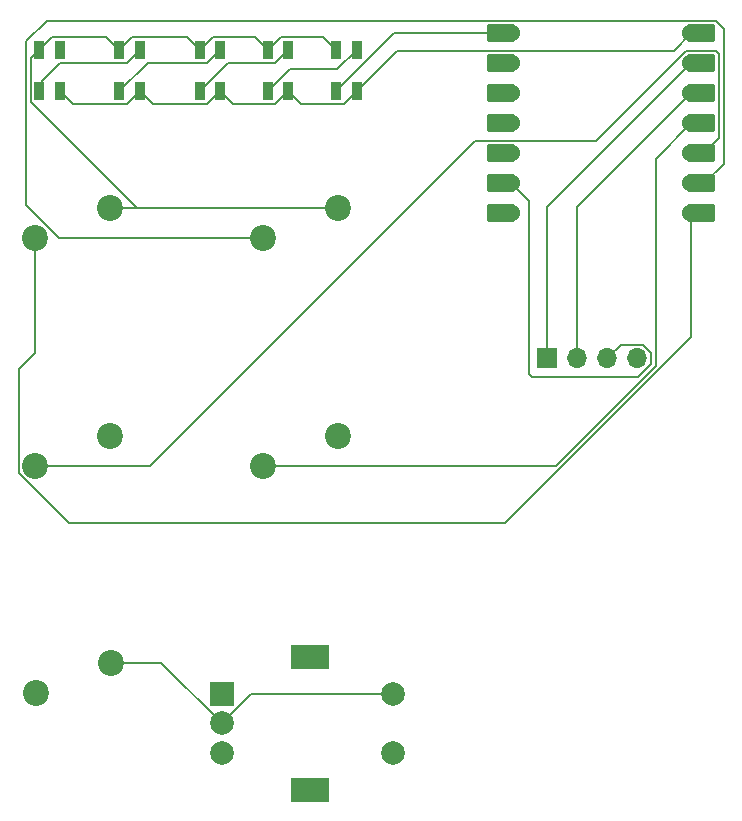
<source format=gbr>
%TF.GenerationSoftware,KiCad,Pcbnew,9.0.5*%
%TF.CreationDate,2025-12-10T21:52:01+05:30*%
%TF.ProjectId,macropad,6d616372-6f70-4616-942e-6b696361645f,rev?*%
%TF.SameCoordinates,Original*%
%TF.FileFunction,Copper,L1,Top*%
%TF.FilePolarity,Positive*%
%FSLAX46Y46*%
G04 Gerber Fmt 4.6, Leading zero omitted, Abs format (unit mm)*
G04 Created by KiCad (PCBNEW 9.0.5) date 2025-12-10 21:52:01*
%MOMM*%
%LPD*%
G01*
G04 APERTURE LIST*
G04 Aperture macros list*
%AMRoundRect*
0 Rectangle with rounded corners*
0 $1 Rounding radius*
0 $2 $3 $4 $5 $6 $7 $8 $9 X,Y pos of 4 corners*
0 Add a 4 corners polygon primitive as box body*
4,1,4,$2,$3,$4,$5,$6,$7,$8,$9,$2,$3,0*
0 Add four circle primitives for the rounded corners*
1,1,$1+$1,$2,$3*
1,1,$1+$1,$4,$5*
1,1,$1+$1,$6,$7*
1,1,$1+$1,$8,$9*
0 Add four rect primitives between the rounded corners*
20,1,$1+$1,$2,$3,$4,$5,0*
20,1,$1+$1,$4,$5,$6,$7,0*
20,1,$1+$1,$6,$7,$8,$9,0*
20,1,$1+$1,$8,$9,$2,$3,0*%
G04 Aperture macros list end*
%TA.AperFunction,ComponentPad*%
%ADD10C,2.200000*%
%TD*%
%TA.AperFunction,SMDPad,CuDef*%
%ADD11R,0.850000X1.600000*%
%TD*%
%TA.AperFunction,ComponentPad*%
%ADD12R,2.000000X2.000000*%
%TD*%
%TA.AperFunction,ComponentPad*%
%ADD13C,2.000000*%
%TD*%
%TA.AperFunction,ComponentPad*%
%ADD14R,3.200000X2.000000*%
%TD*%
%TA.AperFunction,ComponentPad*%
%ADD15R,1.700000X1.700000*%
%TD*%
%TA.AperFunction,ComponentPad*%
%ADD16O,1.700000X1.700000*%
%TD*%
%TA.AperFunction,SMDPad,CuDef*%
%ADD17RoundRect,0.152400X1.063600X0.609600X-1.063600X0.609600X-1.063600X-0.609600X1.063600X-0.609600X0*%
%TD*%
%TA.AperFunction,ComponentPad*%
%ADD18C,1.524000*%
%TD*%
%TA.AperFunction,SMDPad,CuDef*%
%ADD19RoundRect,0.152400X-1.063600X-0.609600X1.063600X-0.609600X1.063600X0.609600X-1.063600X0.609600X0*%
%TD*%
%TA.AperFunction,Conductor*%
%ADD20C,0.200000*%
%TD*%
G04 APERTURE END LIST*
D10*
%TO.P,SW5,1,1*%
%TO.N,GND*%
X200430000Y-109640000D03*
%TO.P,SW5,2,2*%
%TO.N,Net-(U1-GPIO0{slash}TX)*%
X194080000Y-112180000D03*
%TD*%
D11*
%TO.P,D3,1,DOUT*%
%TO.N,Net-(D3-DOUT)*%
X209675000Y-57720000D03*
%TO.P,D3,2,VSS*%
%TO.N,GND*%
X207925000Y-57720000D03*
%TO.P,D3,3,DIN*%
%TO.N,Net-(D2-DOUT)*%
X207925000Y-61220000D03*
%TO.P,D3,4,VDD*%
%TO.N,+5V*%
X209675000Y-61220000D03*
%TD*%
%TO.P,D4,1,DOUT*%
%TO.N,Net-(D4-DOUT)*%
X202895000Y-57720000D03*
%TO.P,D4,2,VSS*%
%TO.N,GND*%
X201145000Y-57720000D03*
%TO.P,D4,3,DIN*%
%TO.N,Net-(D3-DOUT)*%
X201145000Y-61220000D03*
%TO.P,D4,4,VDD*%
%TO.N,+5V*%
X202895000Y-61220000D03*
%TD*%
D10*
%TO.P,SW2,1,1*%
%TO.N,GND*%
X219630000Y-71100000D03*
%TO.P,SW2,2,2*%
%TO.N,Net-(U1-GPIO2{slash}SCK)*%
X213280000Y-73640000D03*
%TD*%
D12*
%TO.P,SW6,A,A*%
%TO.N,Net-(U1-GPIO29{slash}ADC3{slash}A3)*%
X209800000Y-112270000D03*
D13*
%TO.P,SW6,B,B*%
%TO.N,Net-(U1-GPIO28{slash}ADC2{slash}A2)*%
X209800000Y-117270000D03*
%TO.P,SW6,C,C*%
%TO.N,GND*%
X209800000Y-114770000D03*
D14*
%TO.P,SW6,MP*%
%TO.N,N/C*%
X217300000Y-109170000D03*
X217300000Y-120370000D03*
D13*
%TO.P,SW6,S1,S1*%
%TO.N,Net-(U1-GPIO27{slash}ADC1{slash}A1)*%
X224300000Y-117270000D03*
%TO.P,SW6,S2,S2*%
%TO.N,GND*%
X224300000Y-112270000D03*
%TD*%
D10*
%TO.P,SW3,1,1*%
%TO.N,GND*%
X200380000Y-90390000D03*
%TO.P,SW3,2,2*%
%TO.N,Net-(U1-GPIO4{slash}MISO)*%
X194030000Y-92930000D03*
%TD*%
%TO.P,SW4,1,1*%
%TO.N,GND*%
X219630000Y-90390000D03*
%TO.P,SW4,2,2*%
%TO.N,Net-(U1-GPIO3{slash}MOSI)*%
X213280000Y-92930000D03*
%TD*%
D15*
%TO.P,Brd1,1,GND*%
%TO.N,GND*%
X237365000Y-83855000D03*
D16*
%TO.P,Brd1,2,VCC*%
%TO.N,Net-(Brd1-VCC)*%
X239905000Y-83855000D03*
%TO.P,Brd1,3,SCL*%
%TO.N,Net-(Brd1-SCL)*%
X242445000Y-83855000D03*
%TO.P,Brd1,4,SDA*%
%TO.N,Net-(Brd1-SDA)*%
X244985000Y-83855000D03*
%TD*%
D11*
%TO.P,D5,1,DOUT*%
%TO.N,unconnected-(D5-DOUT-Pad1)*%
X196115000Y-57720000D03*
%TO.P,D5,2,VSS*%
%TO.N,GND*%
X194365000Y-57720000D03*
%TO.P,D5,3,DIN*%
%TO.N,Net-(D4-DOUT)*%
X194365000Y-61220000D03*
%TO.P,D5,4,VDD*%
%TO.N,+5V*%
X196115000Y-61220000D03*
%TD*%
%TO.P,D2,1,DOUT*%
%TO.N,Net-(D2-DOUT)*%
X215455000Y-57720000D03*
%TO.P,D2,2,VSS*%
%TO.N,GND*%
X213705000Y-57720000D03*
%TO.P,D2,3,DIN*%
%TO.N,Net-(D1-DOUT)*%
X213705000Y-61220000D03*
%TO.P,D2,4,VDD*%
%TO.N,+5V*%
X215455000Y-61220000D03*
%TD*%
D17*
%TO.P,U1,1,GPIO26/ADC0/A0*%
%TO.N,Net-(D1-DIN)*%
X233465000Y-56340000D03*
D18*
X234300000Y-56340000D03*
D17*
%TO.P,U1,2,GPIO27/ADC1/A1*%
%TO.N,Net-(U1-GPIO27{slash}ADC1{slash}A1)*%
X233465000Y-58880000D03*
D18*
X234300000Y-58880000D03*
D17*
%TO.P,U1,3,GPIO28/ADC2/A2*%
%TO.N,Net-(U1-GPIO28{slash}ADC2{slash}A2)*%
X233465000Y-61420000D03*
D18*
X234300000Y-61420000D03*
D17*
%TO.P,U1,4,GPIO29/ADC3/A3*%
%TO.N,Net-(U1-GPIO29{slash}ADC3{slash}A3)*%
X233465000Y-63960000D03*
D18*
X234300000Y-63960000D03*
D17*
%TO.P,U1,5,GPIO6/SDA*%
%TO.N,Net-(Brd1-SDA)*%
X233465000Y-66500000D03*
D18*
X234300000Y-66500000D03*
D17*
%TO.P,U1,6,GPIO7/SCL*%
%TO.N,Net-(Brd1-SCL)*%
X233465000Y-69040000D03*
D18*
X234300000Y-69040000D03*
D17*
%TO.P,U1,7,GPIO0/TX*%
%TO.N,Net-(U1-GPIO0{slash}TX)*%
X233465000Y-71580000D03*
D18*
X234300000Y-71580000D03*
%TO.P,U1,8,GPIO1/RX*%
%TO.N,Net-(U1-GPIO1{slash}RX)*%
X249540000Y-71580000D03*
D19*
X250375000Y-71580000D03*
D18*
%TO.P,U1,9,GPIO2/SCK*%
%TO.N,Net-(U1-GPIO2{slash}SCK)*%
X249540000Y-69040000D03*
D19*
X250375000Y-69040000D03*
D18*
%TO.P,U1,10,GPIO4/MISO*%
%TO.N,Net-(U1-GPIO4{slash}MISO)*%
X249540000Y-66500000D03*
D19*
X250375000Y-66500000D03*
D18*
%TO.P,U1,11,GPIO3/MOSI*%
%TO.N,Net-(U1-GPIO3{slash}MOSI)*%
X249540000Y-63960000D03*
D19*
X250375000Y-63960000D03*
D18*
%TO.P,U1,12,3V3*%
%TO.N,Net-(Brd1-VCC)*%
X249540000Y-61420000D03*
D19*
X250375000Y-61420000D03*
D18*
%TO.P,U1,13,GND*%
%TO.N,GND*%
X249540000Y-58880000D03*
D19*
X250375000Y-58880000D03*
D18*
%TO.P,U1,14,VBUS*%
%TO.N,+5V*%
X249540000Y-56340000D03*
D19*
X250375000Y-56340000D03*
%TD*%
D10*
%TO.P,SW1,1,1*%
%TO.N,GND*%
X200380000Y-71100000D03*
%TO.P,SW1,2,2*%
%TO.N,Net-(U1-GPIO1{slash}RX)*%
X194030000Y-73640000D03*
%TD*%
D11*
%TO.P,D1,1,DOUT*%
%TO.N,Net-(D1-DOUT)*%
X221235000Y-57720000D03*
%TO.P,D1,2,VSS*%
%TO.N,GND*%
X219485000Y-57720000D03*
%TO.P,D1,3,DIN*%
%TO.N,Net-(D1-DIN)*%
X219485000Y-61220000D03*
%TO.P,D1,4,VDD*%
%TO.N,+5V*%
X221235000Y-61220000D03*
%TD*%
D20*
%TO.N,GND*%
X212300000Y-112270000D02*
X224300000Y-112270000D01*
X200430000Y-109640000D02*
X204670000Y-109640000D01*
X202246000Y-56619000D02*
X206824000Y-56619000D01*
X202440000Y-71100000D02*
X202505000Y-71035000D01*
X219630000Y-71100000D02*
X202570000Y-71100000D01*
X201145000Y-57720000D02*
X202246000Y-56619000D01*
X200044000Y-56619000D02*
X201145000Y-57720000D01*
X237365000Y-83855000D02*
X237365000Y-71055000D01*
X237365000Y-71055000D02*
X249540000Y-58880000D01*
X209800000Y-114770000D02*
X212300000Y-112270000D01*
X214806000Y-56619000D02*
X218384000Y-56619000D01*
X204670000Y-109640000D02*
X209800000Y-114770000D01*
X194365000Y-57720000D02*
X195466000Y-56619000D01*
X212604000Y-56619000D02*
X213705000Y-57720000D01*
X195466000Y-56619000D02*
X200044000Y-56619000D01*
X207925000Y-57720000D02*
X209026000Y-56619000D01*
X200380000Y-71100000D02*
X202440000Y-71100000D01*
X218384000Y-56619000D02*
X219485000Y-57720000D01*
X202505000Y-71035000D02*
X193639000Y-62169000D01*
X206824000Y-56619000D02*
X207925000Y-57720000D01*
X209026000Y-56619000D02*
X212604000Y-56619000D01*
X193639000Y-62169000D02*
X193639000Y-58446000D01*
X193639000Y-58446000D02*
X194365000Y-57720000D01*
X213705000Y-57720000D02*
X214806000Y-56619000D01*
X202570000Y-71100000D02*
X202505000Y-71035000D01*
%TO.N,Net-(D1-DOUT)*%
X219595000Y-59360000D02*
X221235000Y-57720000D01*
X215565000Y-59360000D02*
X219595000Y-59360000D01*
X213705000Y-61220000D02*
X215565000Y-59360000D01*
%TO.N,+5V*%
X197216000Y-62321000D02*
X201794000Y-62321000D01*
X210776000Y-62321000D02*
X214354000Y-62321000D01*
X224638000Y-57817000D02*
X248063000Y-57817000D01*
X202895000Y-61220000D02*
X203996000Y-62321000D01*
X201794000Y-62321000D02*
X202895000Y-61220000D01*
X203996000Y-62321000D02*
X208574000Y-62321000D01*
X248063000Y-57817000D02*
X249540000Y-56340000D01*
X208574000Y-62321000D02*
X209675000Y-61220000D01*
X220134000Y-62321000D02*
X221235000Y-61220000D01*
X196115000Y-61220000D02*
X197216000Y-62321000D01*
X209675000Y-61220000D02*
X210776000Y-62321000D01*
X214354000Y-62321000D02*
X215455000Y-61220000D01*
X216556000Y-62321000D02*
X220134000Y-62321000D01*
X215455000Y-61220000D02*
X216556000Y-62321000D01*
X221235000Y-61220000D02*
X224638000Y-57817000D01*
%TO.N,Net-(D1-DIN)*%
X219485000Y-61220000D02*
X224365000Y-56340000D01*
X224365000Y-56340000D02*
X234300000Y-56340000D01*
%TO.N,Net-(Brd1-SCL)*%
X235813000Y-70553000D02*
X235813000Y-85172100D01*
X234300000Y-69040000D02*
X235813000Y-70553000D01*
X235813000Y-85172100D02*
X236047900Y-85407000D01*
X245060760Y-85407000D02*
X246136000Y-84331760D01*
X236047900Y-85407000D02*
X245060760Y-85407000D01*
X246136000Y-84331760D02*
X246136000Y-83378240D01*
X243596000Y-82704000D02*
X242445000Y-83855000D01*
X246136000Y-83378240D02*
X245461760Y-82704000D01*
X245461760Y-82704000D02*
X243596000Y-82704000D01*
%TO.N,Net-(U1-GPIO1{slash}RX)*%
X249540000Y-71580000D02*
X249540000Y-82061960D01*
X194030000Y-83371530D02*
X194030000Y-73640000D01*
X192629000Y-93583816D02*
X192629000Y-84772530D01*
X249540000Y-82061960D02*
X233780960Y-97821000D01*
X233780960Y-97821000D02*
X196866184Y-97821000D01*
X196866184Y-97821000D02*
X192629000Y-93583816D01*
X192629000Y-84772530D02*
X194030000Y-83371530D01*
%TO.N,Net-(U1-GPIO2{slash}SCK)*%
X193238000Y-57020000D02*
X194981000Y-55277000D01*
X213280000Y-73640000D02*
X196011314Y-73640000D01*
X252293000Y-55939374D02*
X252293000Y-67364630D01*
X193238000Y-70866686D02*
X193238000Y-57020000D01*
X194981000Y-55277000D02*
X251630626Y-55277000D01*
X250617630Y-69040000D02*
X249540000Y-69040000D01*
X252293000Y-67364630D02*
X250617630Y-69040000D01*
X196011314Y-73640000D02*
X193238000Y-70866686D01*
X251630626Y-55277000D02*
X252293000Y-55939374D01*
%TO.N,Net-(U1-GPIO4{slash}MISO)*%
X251630626Y-57817000D02*
X249099690Y-57817000D01*
X203721530Y-92930000D02*
X194030000Y-92930000D01*
X241479690Y-65437000D02*
X231214530Y-65437000D01*
X249099690Y-57817000D02*
X241479690Y-65437000D01*
X251892000Y-65225630D02*
X251892000Y-58078374D01*
X249540000Y-66500000D02*
X250617630Y-66500000D01*
X251892000Y-58078374D02*
X251630626Y-57817000D01*
X250617630Y-66500000D02*
X251892000Y-65225630D01*
X231214530Y-65437000D02*
X203721530Y-92930000D01*
%TO.N,Net-(U1-GPIO3{slash}MOSI)*%
X246537000Y-66963000D02*
X246537000Y-84497860D01*
X246537000Y-84497860D02*
X238104860Y-92930000D01*
X249540000Y-63960000D02*
X246537000Y-66963000D01*
X238104860Y-92930000D02*
X213280000Y-92930000D01*
%TO.N,Net-(Brd1-VCC)*%
X239905000Y-71055000D02*
X249540000Y-61420000D01*
X239905000Y-83855000D02*
X239905000Y-71055000D01*
%TO.N,Net-(D2-DOUT)*%
X215455000Y-57720000D02*
X214354000Y-58821000D01*
X214354000Y-58821000D02*
X210324000Y-58821000D01*
X210324000Y-58821000D02*
X207925000Y-61220000D01*
%TO.N,Net-(D3-DOUT)*%
X203544000Y-58821000D02*
X208574000Y-58821000D01*
X208574000Y-58821000D02*
X209675000Y-57720000D01*
X201145000Y-61220000D02*
X203544000Y-58821000D01*
%TO.N,Net-(D4-DOUT)*%
X196139000Y-58821000D02*
X194560000Y-60400000D01*
X202895000Y-57720000D02*
X201794000Y-58821000D01*
X201794000Y-58821000D02*
X196139000Y-58821000D01*
%TD*%
M02*

</source>
